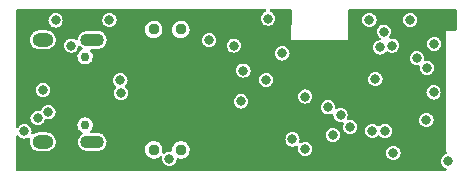
<source format=gbr>
%TF.GenerationSoftware,KiCad,Pcbnew,(6.0.2)*%
%TF.CreationDate,2022-07-11T18:19:18+02:00*%
%TF.ProjectId,ESP32-MicroView,45535033-322d-44d6-9963-726f56696577,rev?*%
%TF.SameCoordinates,Original*%
%TF.FileFunction,Copper,L2,Inr*%
%TF.FilePolarity,Positive*%
%FSLAX46Y46*%
G04 Gerber Fmt 4.6, Leading zero omitted, Abs format (unit mm)*
G04 Created by KiCad (PCBNEW (6.0.2)) date 2022-07-11 18:19:18*
%MOMM*%
%LPD*%
G01*
G04 APERTURE LIST*
%TA.AperFunction,ComponentPad*%
%ADD10C,0.750000*%
%TD*%
%TA.AperFunction,ComponentPad*%
%ADD11O,1.800000X1.200000*%
%TD*%
%TA.AperFunction,ComponentPad*%
%ADD12O,2.000000X1.100000*%
%TD*%
%TA.AperFunction,ComponentPad*%
%ADD13C,0.950000*%
%TD*%
%TA.AperFunction,ViaPad*%
%ADD14C,0.800000*%
%TD*%
G04 APERTURE END LIST*
D10*
%TO.N,*%
%TO.C,USBC1*%
X71232900Y-46449200D03*
X71232900Y-40669200D03*
D11*
%TO.N,GND*%
X67642900Y-39239200D03*
D12*
X71842900Y-47879200D03*
X71842900Y-39239200D03*
D11*
X67642900Y-47879200D03*
%TD*%
D13*
%TO.N,*%
%TO.C,S2*%
X77031200Y-38358000D03*
X79331200Y-38358000D03*
%TD*%
%TO.N,*%
%TO.C,S1*%
X79331200Y-48552300D03*
X77031200Y-48552300D03*
%TD*%
D14*
%TO.N,+5V*%
X67208400Y-45872400D03*
%TO.N,GND*%
X95300800Y-37541200D03*
X70053200Y-39725600D03*
X100787200Y-39580100D03*
X89865200Y-44043600D03*
X66090800Y-46990000D03*
X89865200Y-48463200D03*
X92198775Y-47294800D03*
X83820000Y-39725600D03*
X68122800Y-45364400D03*
X97332800Y-48818800D03*
X87934800Y-40386000D03*
X95808800Y-42570400D03*
X98755200Y-37541200D03*
X67665600Y-43484800D03*
%TO.N,EN*%
X78365595Y-49294748D03*
X101955600Y-49530000D03*
%TO.N,+3V3*%
X100787200Y-38150800D03*
X79552800Y-41554400D03*
X96520000Y-37541200D03*
X100787200Y-49174400D03*
X93827600Y-41706800D03*
X91744800Y-43586400D03*
X100838000Y-42621200D03*
X69410350Y-43146750D03*
X74523600Y-45161200D03*
%TO.N,LCD_RESET*%
X84429600Y-44450000D03*
X96226000Y-39881364D03*
%TO.N,LCD_RS*%
X88788391Y-47666600D03*
X100736400Y-43688000D03*
%TO.N,LCD_DATA*%
X86560600Y-42621200D03*
X99314000Y-40795000D03*
%TO.N,IO2*%
X96520000Y-38540703D03*
X86715600Y-37439600D03*
%TO.N,LCD_CS*%
X97212451Y-39720369D03*
X84632800Y-41838702D03*
%TO.N,RX*%
X92862400Y-45618400D03*
%TO.N,TX*%
X73290612Y-37554988D03*
X91795600Y-44955400D03*
X68732400Y-37592000D03*
%TO.N,LCD_BL*%
X100172700Y-41605200D03*
X96621600Y-46939200D03*
%TO.N,UPLOAD*%
X100124200Y-46024800D03*
X81737200Y-39268400D03*
%TO.N,USB_N*%
X95554800Y-46939211D03*
X74268881Y-43734879D03*
%TO.N,USB_P*%
X93675200Y-46612691D03*
X74218800Y-42672000D03*
%TD*%
%TA.AperFunction,Conductor*%
%TO.N,+3V3*%
G36*
X86542158Y-36647302D02*
G01*
X86588651Y-36700958D01*
X86598755Y-36771232D01*
X86569261Y-36835812D01*
X86522254Y-36869709D01*
X86412759Y-36915064D01*
X86406208Y-36920091D01*
X86294408Y-37005878D01*
X86287318Y-37011318D01*
X86282295Y-37017864D01*
X86275061Y-37027292D01*
X86191064Y-37136759D01*
X86130556Y-37282838D01*
X86109918Y-37439600D01*
X86130556Y-37596362D01*
X86191064Y-37742441D01*
X86287318Y-37867882D01*
X86412759Y-37964136D01*
X86558838Y-38024644D01*
X86715600Y-38045282D01*
X86723788Y-38044204D01*
X86864174Y-38025722D01*
X86872362Y-38024644D01*
X87018441Y-37964136D01*
X87143882Y-37867882D01*
X87240136Y-37742441D01*
X87300644Y-37596362D01*
X87321282Y-37439600D01*
X87300644Y-37282838D01*
X87240136Y-37136759D01*
X87156139Y-37027292D01*
X87148905Y-37017864D01*
X87143882Y-37011318D01*
X87136793Y-37005878D01*
X87024992Y-36920091D01*
X87018441Y-36915064D01*
X86908946Y-36869709D01*
X86853664Y-36825160D01*
X86831243Y-36757797D01*
X86848801Y-36689006D01*
X86900763Y-36640627D01*
X86957163Y-36627300D01*
X88619143Y-36627300D01*
X88687264Y-36647302D01*
X88733757Y-36700958D01*
X88745120Y-36755723D01*
X88697253Y-39244824D01*
X88696800Y-39268400D01*
X93522800Y-39268400D01*
X93522800Y-37541200D01*
X94695118Y-37541200D01*
X94715756Y-37697962D01*
X94776264Y-37844041D01*
X94825639Y-37908388D01*
X94864559Y-37959109D01*
X94872518Y-37969482D01*
X94997959Y-38065736D01*
X95144038Y-38126244D01*
X95300800Y-38146882D01*
X95308988Y-38145804D01*
X95449374Y-38127322D01*
X95457562Y-38126244D01*
X95603641Y-38065736D01*
X95729082Y-37969482D01*
X95737042Y-37959109D01*
X95775961Y-37908388D01*
X95825336Y-37844041D01*
X95885844Y-37697962D01*
X95906482Y-37541200D01*
X98149518Y-37541200D01*
X98170156Y-37697962D01*
X98230664Y-37844041D01*
X98280039Y-37908388D01*
X98318959Y-37959109D01*
X98326918Y-37969482D01*
X98452359Y-38065736D01*
X98598438Y-38126244D01*
X98755200Y-38146882D01*
X98763388Y-38145804D01*
X98903774Y-38127322D01*
X98911962Y-38126244D01*
X99058041Y-38065736D01*
X99183482Y-37969482D01*
X99191442Y-37959109D01*
X99230361Y-37908388D01*
X99279736Y-37844041D01*
X99340244Y-37697962D01*
X99360882Y-37541200D01*
X99340244Y-37384438D01*
X99279736Y-37238359D01*
X99183482Y-37112918D01*
X99058041Y-37016664D01*
X98911962Y-36956156D01*
X98755200Y-36935518D01*
X98598438Y-36956156D01*
X98452359Y-37016664D01*
X98326918Y-37112918D01*
X98230664Y-37238359D01*
X98170156Y-37384438D01*
X98149518Y-37541200D01*
X95906482Y-37541200D01*
X95885844Y-37384438D01*
X95825336Y-37238359D01*
X95729082Y-37112918D01*
X95603641Y-37016664D01*
X95457562Y-36956156D01*
X95300800Y-36935518D01*
X95144038Y-36956156D01*
X94997959Y-37016664D01*
X94872518Y-37112918D01*
X94776264Y-37238359D01*
X94715756Y-37384438D01*
X94695118Y-37541200D01*
X93522800Y-37541200D01*
X93522800Y-36753300D01*
X93542802Y-36685179D01*
X93596458Y-36638686D01*
X93648800Y-36627300D01*
X102591100Y-36627300D01*
X102659221Y-36647302D01*
X102705714Y-36700958D01*
X102717100Y-36753300D01*
X102717100Y-38329100D01*
X102697098Y-38397221D01*
X102643442Y-38443714D01*
X102591100Y-38455100D01*
X101803299Y-38455100D01*
X101803200Y-38455059D01*
X101803101Y-38455100D01*
X101802817Y-38455217D01*
X101802659Y-38455600D01*
X101802700Y-38455699D01*
X101802700Y-48717101D01*
X101802659Y-48717200D01*
X101802700Y-48717299D01*
X101802817Y-48717583D01*
X101803200Y-48717741D01*
X101803299Y-48717700D01*
X101809455Y-48717700D01*
X101823648Y-48735381D01*
X101857840Y-48769590D01*
X101872915Y-48838968D01*
X101848088Y-48905482D01*
X101795456Y-48946357D01*
X101652759Y-49005464D01*
X101527318Y-49101718D01*
X101431064Y-49227159D01*
X101370556Y-49373238D01*
X101349918Y-49530000D01*
X101370556Y-49686762D01*
X101431064Y-49832841D01*
X101527318Y-49958282D01*
X101652759Y-50054536D01*
X101731232Y-50087041D01*
X101762255Y-50099891D01*
X101817536Y-50144440D01*
X101839957Y-50211803D01*
X101822399Y-50280594D01*
X101770437Y-50328973D01*
X101714037Y-50342300D01*
X65506100Y-50342300D01*
X65437979Y-50322298D01*
X65391486Y-50268642D01*
X65380100Y-50216300D01*
X65380100Y-47421412D01*
X65400102Y-47353291D01*
X65453758Y-47306798D01*
X65524032Y-47296694D01*
X65588612Y-47326188D01*
X65606062Y-47344707D01*
X65662518Y-47418282D01*
X65669064Y-47423305D01*
X65695219Y-47443374D01*
X65787959Y-47514536D01*
X65934038Y-47575044D01*
X66090800Y-47595682D01*
X66098988Y-47594604D01*
X66239374Y-47576122D01*
X66247562Y-47575044D01*
X66393641Y-47514536D01*
X66394098Y-47515639D01*
X66455288Y-47500794D01*
X66522381Y-47524013D01*
X66566269Y-47579819D01*
X66573020Y-47650494D01*
X66567995Y-47668918D01*
X66560981Y-47688614D01*
X66560980Y-47688619D01*
X66558619Y-47695249D01*
X66557786Y-47702235D01*
X66557785Y-47702239D01*
X66545317Y-47806800D01*
X66537355Y-47873576D01*
X66538091Y-47880579D01*
X66538091Y-47880580D01*
X66554890Y-48040409D01*
X66556127Y-48052183D01*
X66558398Y-48058854D01*
X66611281Y-48214196D01*
X66614003Y-48222193D01*
X66617693Y-48228191D01*
X66617694Y-48228193D01*
X66632961Y-48253009D01*
X66708106Y-48375155D01*
X66713032Y-48380186D01*
X66713035Y-48380189D01*
X66773876Y-48442317D01*
X66833759Y-48503468D01*
X66839684Y-48507287D01*
X66839686Y-48507288D01*
X66917333Y-48557328D01*
X66984717Y-48600754D01*
X66991337Y-48603163D01*
X66991340Y-48603165D01*
X67146861Y-48659770D01*
X67146864Y-48659771D01*
X67153478Y-48662178D01*
X67180021Y-48665531D01*
X67288255Y-48679204D01*
X67288258Y-48679204D01*
X67292183Y-48679700D01*
X67988055Y-48679700D01*
X68121372Y-48664746D01*
X68128747Y-48662178D01*
X68222011Y-48629700D01*
X68290973Y-48605685D01*
X68298865Y-48600754D01*
X68437301Y-48514249D01*
X68443275Y-48510516D01*
X68535044Y-48419385D01*
X68565710Y-48388933D01*
X68565713Y-48388929D01*
X68570707Y-48383970D01*
X68593790Y-48347598D01*
X68627636Y-48294264D01*
X68666937Y-48232336D01*
X68685423Y-48180421D01*
X68724819Y-48069786D01*
X68724820Y-48069781D01*
X68727181Y-48063151D01*
X68728014Y-48056165D01*
X68728015Y-48056161D01*
X68747611Y-47891817D01*
X68748445Y-47884824D01*
X68747631Y-47877078D01*
X68730410Y-47713225D01*
X68730409Y-47713221D01*
X68729673Y-47706217D01*
X68691677Y-47594604D01*
X68674068Y-47542877D01*
X68674067Y-47542874D01*
X68671797Y-47536207D01*
X68665101Y-47525322D01*
X68602339Y-47423305D01*
X68577694Y-47383245D01*
X68572768Y-47378214D01*
X68572765Y-47378211D01*
X68499101Y-47302988D01*
X68452041Y-47254932D01*
X68445270Y-47250568D01*
X68307009Y-47161465D01*
X68301083Y-47157646D01*
X68294463Y-47155237D01*
X68294460Y-47155235D01*
X68138939Y-47098630D01*
X68138936Y-47098629D01*
X68132322Y-47096222D01*
X68075592Y-47089056D01*
X67997545Y-47079196D01*
X67997542Y-47079196D01*
X67993617Y-47078700D01*
X67297745Y-47078700D01*
X67164428Y-47093654D01*
X67157775Y-47095971D01*
X67157774Y-47095971D01*
X67135861Y-47103602D01*
X66994827Y-47152715D01*
X66988848Y-47156451D01*
X66988846Y-47156452D01*
X66872958Y-47228866D01*
X66804589Y-47248002D01*
X66736728Y-47227137D01*
X66690920Y-47172895D01*
X66681267Y-47105567D01*
X66696482Y-46990000D01*
X66675844Y-46833238D01*
X66615336Y-46687159D01*
X66519082Y-46561718D01*
X66393641Y-46465464D01*
X66247562Y-46404956D01*
X66214179Y-46400561D01*
X66098988Y-46385396D01*
X66090800Y-46384318D01*
X66082612Y-46385396D01*
X65967422Y-46400561D01*
X65934038Y-46404956D01*
X65787959Y-46465464D01*
X65662518Y-46561718D01*
X65610263Y-46629819D01*
X65606063Y-46635292D01*
X65548725Y-46677159D01*
X65477854Y-46681381D01*
X65415951Y-46646617D01*
X65382670Y-46583905D01*
X65380100Y-46558588D01*
X65380100Y-45872400D01*
X66602718Y-45872400D01*
X66603796Y-45880588D01*
X66620440Y-46007009D01*
X66623356Y-46029162D01*
X66683864Y-46175241D01*
X66780118Y-46300682D01*
X66905559Y-46396936D01*
X67051638Y-46457444D01*
X67059826Y-46458522D01*
X67102325Y-46464117D01*
X67208400Y-46478082D01*
X67216588Y-46477004D01*
X67356974Y-46458522D01*
X67365162Y-46457444D01*
X67483692Y-46408347D01*
X70583554Y-46408347D01*
X70586643Y-46457444D01*
X70593203Y-46561718D01*
X70593794Y-46571116D01*
X70596243Y-46578652D01*
X70596243Y-46578654D01*
X70609963Y-46620879D01*
X70644192Y-46726225D01*
X70648440Y-46732918D01*
X70648440Y-46732919D01*
X70672140Y-46770264D01*
X70731581Y-46863927D01*
X70850469Y-46975571D01*
X70967055Y-47039664D01*
X71017112Y-47090008D01*
X71032006Y-47159425D01*
X71007005Y-47225874D01*
X70975439Y-47255449D01*
X70968545Y-47259969D01*
X70915419Y-47294800D01*
X70908215Y-47299523D01*
X70787860Y-47426572D01*
X70699961Y-47577902D01*
X70649233Y-47745393D01*
X70638397Y-47920062D01*
X70639637Y-47927278D01*
X70639637Y-47927280D01*
X70662984Y-48063151D01*
X70668034Y-48092540D01*
X70736554Y-48253573D01*
X70840283Y-48394524D01*
X70845861Y-48399263D01*
X70845864Y-48399266D01*
X70968076Y-48503093D01*
X70968080Y-48503096D01*
X70973655Y-48507832D01*
X71004513Y-48523589D01*
X71070587Y-48557328D01*
X71129516Y-48587419D01*
X71136621Y-48589158D01*
X71136625Y-48589159D01*
X71204163Y-48605685D01*
X71299506Y-48629015D01*
X71305106Y-48629362D01*
X71305110Y-48629363D01*
X71308609Y-48629580D01*
X71308618Y-48629580D01*
X71310548Y-48629700D01*
X72336722Y-48629700D01*
X72428269Y-48619027D01*
X72459456Y-48615391D01*
X72459458Y-48615391D01*
X72466728Y-48614543D01*
X72473605Y-48612047D01*
X72473608Y-48612046D01*
X72526381Y-48592890D01*
X76281723Y-48592890D01*
X76282963Y-48600105D01*
X76282963Y-48600108D01*
X76303170Y-48717700D01*
X76311163Y-48764218D01*
X76379227Y-48924179D01*
X76482264Y-49064191D01*
X76614748Y-49176744D01*
X76769571Y-49255800D01*
X76776677Y-49257539D01*
X76776680Y-49257540D01*
X76858515Y-49277565D01*
X76938428Y-49297120D01*
X76945929Y-49297585D01*
X76947449Y-49297680D01*
X76947462Y-49297680D01*
X76949390Y-49297800D01*
X77074730Y-49297800D01*
X77171139Y-49286560D01*
X77196598Y-49283592D01*
X77196600Y-49283592D01*
X77203870Y-49282744D01*
X77210747Y-49280248D01*
X77210750Y-49280247D01*
X77360398Y-49225927D01*
X77367277Y-49223430D01*
X77512656Y-49128115D01*
X77558214Y-49080023D01*
X77619583Y-49044325D01*
X77690510Y-49047473D01*
X77748476Y-49088466D01*
X77775077Y-49154291D01*
X77774609Y-49183120D01*
X77759913Y-49294748D01*
X77780551Y-49451510D01*
X77841059Y-49597589D01*
X77937313Y-49723030D01*
X78062754Y-49819284D01*
X78208833Y-49879792D01*
X78365595Y-49900430D01*
X78373783Y-49899352D01*
X78514169Y-49880870D01*
X78522357Y-49879792D01*
X78668436Y-49819284D01*
X78793877Y-49723030D01*
X78890131Y-49597589D01*
X78950639Y-49451510D01*
X78960967Y-49373064D01*
X78989688Y-49308138D01*
X79048953Y-49269046D01*
X79115837Y-49267122D01*
X79169475Y-49280247D01*
X79238428Y-49297120D01*
X79245929Y-49297585D01*
X79247449Y-49297680D01*
X79247462Y-49297680D01*
X79249390Y-49297800D01*
X79374730Y-49297800D01*
X79471139Y-49286560D01*
X79496598Y-49283592D01*
X79496600Y-49283592D01*
X79503870Y-49282744D01*
X79510747Y-49280248D01*
X79510750Y-49280247D01*
X79660398Y-49225927D01*
X79667277Y-49223430D01*
X79812656Y-49128115D01*
X79932209Y-49001912D01*
X80010882Y-48866466D01*
X80015844Y-48857924D01*
X80015845Y-48857921D01*
X80019522Y-48851591D01*
X80069913Y-48685215D01*
X80071288Y-48663060D01*
X80076094Y-48585579D01*
X80080677Y-48511710D01*
X80079197Y-48503093D01*
X80052477Y-48347598D01*
X80051237Y-48340382D01*
X79983173Y-48180421D01*
X79880136Y-48040409D01*
X79747652Y-47927856D01*
X79592829Y-47848800D01*
X79585723Y-47847061D01*
X79585720Y-47847060D01*
X79503885Y-47827035D01*
X79423972Y-47807480D01*
X79416471Y-47807015D01*
X79414951Y-47806920D01*
X79414938Y-47806920D01*
X79413010Y-47806800D01*
X79287670Y-47806800D01*
X79196971Y-47817374D01*
X79165802Y-47821008D01*
X79165800Y-47821008D01*
X79158530Y-47821856D01*
X79151653Y-47824352D01*
X79151650Y-47824353D01*
X79075129Y-47852129D01*
X78995123Y-47881170D01*
X78849744Y-47976485D01*
X78730191Y-48102688D01*
X78726514Y-48109019D01*
X78652226Y-48236916D01*
X78642878Y-48253009D01*
X78592487Y-48419385D01*
X78592034Y-48426694D01*
X78592033Y-48426697D01*
X78582413Y-48581769D01*
X78558232Y-48648520D01*
X78501800Y-48691602D01*
X78440209Y-48698889D01*
X78373783Y-48690144D01*
X78365595Y-48689066D01*
X78208833Y-48709704D01*
X78062754Y-48770212D01*
X77965833Y-48844582D01*
X77958595Y-48850136D01*
X77892375Y-48875736D01*
X77822826Y-48861471D01*
X77772030Y-48811870D01*
X77756114Y-48742680D01*
X77761301Y-48713649D01*
X77765771Y-48698889D01*
X77769913Y-48685215D01*
X77771288Y-48663060D01*
X77776094Y-48585579D01*
X77780677Y-48511710D01*
X77779197Y-48503093D01*
X77752477Y-48347598D01*
X77751237Y-48340382D01*
X77683173Y-48180421D01*
X77580136Y-48040409D01*
X77447652Y-47927856D01*
X77292829Y-47848800D01*
X77285723Y-47847061D01*
X77285720Y-47847060D01*
X77203885Y-47827035D01*
X77123972Y-47807480D01*
X77116471Y-47807015D01*
X77114951Y-47806920D01*
X77114938Y-47806920D01*
X77113010Y-47806800D01*
X76987670Y-47806800D01*
X76896971Y-47817374D01*
X76865802Y-47821008D01*
X76865800Y-47821008D01*
X76858530Y-47821856D01*
X76851653Y-47824352D01*
X76851650Y-47824353D01*
X76775129Y-47852129D01*
X76695123Y-47881170D01*
X76549744Y-47976485D01*
X76430191Y-48102688D01*
X76426514Y-48109019D01*
X76352226Y-48236916D01*
X76342878Y-48253009D01*
X76292487Y-48419385D01*
X76292034Y-48426694D01*
X76292033Y-48426697D01*
X76290277Y-48455012D01*
X76281723Y-48592890D01*
X72526381Y-48592890D01*
X72624352Y-48557328D01*
X72631231Y-48554831D01*
X72777585Y-48458877D01*
X72897940Y-48331828D01*
X72985839Y-48180498D01*
X73036567Y-48013007D01*
X73047403Y-47838338D01*
X73042005Y-47806920D01*
X73019006Y-47673075D01*
X73019005Y-47673073D01*
X73017893Y-47666600D01*
X88182709Y-47666600D01*
X88203347Y-47823362D01*
X88263855Y-47969441D01*
X88360109Y-48094882D01*
X88485550Y-48191136D01*
X88631629Y-48251644D01*
X88788391Y-48272282D01*
X88796579Y-48271204D01*
X88936965Y-48252722D01*
X88945153Y-48251644D01*
X88957147Y-48246676D01*
X89083606Y-48194295D01*
X89083607Y-48194294D01*
X89091232Y-48191136D01*
X89093476Y-48189414D01*
X89160029Y-48173270D01*
X89227120Y-48196492D01*
X89271006Y-48252300D01*
X89278953Y-48315573D01*
X89269949Y-48383970D01*
X89259518Y-48463200D01*
X89280156Y-48619962D01*
X89340664Y-48766041D01*
X89436918Y-48891482D01*
X89562359Y-48987736D01*
X89708438Y-49048244D01*
X89865200Y-49068882D01*
X89873388Y-49067804D01*
X90013774Y-49049322D01*
X90021962Y-49048244D01*
X90168041Y-48987736D01*
X90293482Y-48891482D01*
X90349253Y-48818800D01*
X96727118Y-48818800D01*
X96747756Y-48975562D01*
X96808264Y-49121641D01*
X96904518Y-49247082D01*
X96911064Y-49252105D01*
X96918147Y-49257540D01*
X97029959Y-49343336D01*
X97176038Y-49403844D01*
X97332800Y-49424482D01*
X97340988Y-49423404D01*
X97481374Y-49404922D01*
X97489562Y-49403844D01*
X97635641Y-49343336D01*
X97747453Y-49257540D01*
X97754536Y-49252105D01*
X97761082Y-49247082D01*
X97857336Y-49121641D01*
X97917844Y-48975562D01*
X97938482Y-48818800D01*
X97920169Y-48679700D01*
X97918922Y-48670226D01*
X97917844Y-48662038D01*
X97857336Y-48515959D01*
X97761082Y-48390518D01*
X97752549Y-48383970D01*
X97676345Y-48325497D01*
X97635641Y-48294264D01*
X97489562Y-48233756D01*
X97332800Y-48213118D01*
X97176038Y-48233756D01*
X97029959Y-48294264D01*
X96989255Y-48325497D01*
X96913052Y-48383970D01*
X96904518Y-48390518D01*
X96808264Y-48515959D01*
X96747756Y-48662038D01*
X96746678Y-48670226D01*
X96745431Y-48679700D01*
X96727118Y-48818800D01*
X90349253Y-48818800D01*
X90389736Y-48766041D01*
X90450244Y-48619962D01*
X90470882Y-48463200D01*
X90450244Y-48306438D01*
X90389736Y-48160359D01*
X90302222Y-48046308D01*
X90298505Y-48041464D01*
X90293482Y-48034918D01*
X90168041Y-47938664D01*
X90021962Y-47878156D01*
X89865200Y-47857518D01*
X89708438Y-47878156D01*
X89700809Y-47881316D01*
X89569988Y-47935504D01*
X89562359Y-47938664D01*
X89560115Y-47940386D01*
X89493562Y-47956530D01*
X89426471Y-47933308D01*
X89382585Y-47877500D01*
X89374638Y-47814227D01*
X89392995Y-47674788D01*
X89394073Y-47666600D01*
X89375475Y-47525333D01*
X89374513Y-47518026D01*
X89373435Y-47509838D01*
X89312927Y-47363759D01*
X89260013Y-47294800D01*
X91593093Y-47294800D01*
X91594171Y-47302988D01*
X91611275Y-47432903D01*
X91613731Y-47451562D01*
X91674239Y-47597641D01*
X91770493Y-47723082D01*
X91895934Y-47819336D01*
X92042013Y-47879844D01*
X92198775Y-47900482D01*
X92206963Y-47899404D01*
X92347349Y-47880922D01*
X92355537Y-47879844D01*
X92501616Y-47819336D01*
X92627057Y-47723082D01*
X92723311Y-47597641D01*
X92783819Y-47451562D01*
X92786276Y-47432903D01*
X92803379Y-47302988D01*
X92804457Y-47294800D01*
X92783819Y-47138038D01*
X92723311Y-46991959D01*
X92627057Y-46866518D01*
X92614961Y-46857236D01*
X92528185Y-46790651D01*
X92501616Y-46770264D01*
X92355537Y-46709756D01*
X92198775Y-46689118D01*
X92042013Y-46709756D01*
X91895934Y-46770264D01*
X91869365Y-46790651D01*
X91782590Y-46857236D01*
X91770493Y-46866518D01*
X91674239Y-46991959D01*
X91613731Y-47138038D01*
X91593093Y-47294800D01*
X89260013Y-47294800D01*
X89224565Y-47248603D01*
X89221696Y-47244864D01*
X89216673Y-47238318D01*
X89091232Y-47142064D01*
X88945153Y-47081556D01*
X88923460Y-47078700D01*
X88796579Y-47061996D01*
X88788391Y-47060918D01*
X88780203Y-47061996D01*
X88653323Y-47078700D01*
X88631629Y-47081556D01*
X88485550Y-47142064D01*
X88360109Y-47238318D01*
X88355086Y-47244864D01*
X88352217Y-47248603D01*
X88263855Y-47363759D01*
X88203347Y-47509838D01*
X88202269Y-47518026D01*
X88201307Y-47525333D01*
X88182709Y-47666600D01*
X73017893Y-47666600D01*
X73017766Y-47665860D01*
X72954722Y-47517696D01*
X72952111Y-47511560D01*
X72952111Y-47511559D01*
X72949246Y-47504827D01*
X72845517Y-47363876D01*
X72839939Y-47359137D01*
X72839936Y-47359134D01*
X72717724Y-47255307D01*
X72717720Y-47255304D01*
X72712145Y-47250568D01*
X72631328Y-47209301D01*
X72562800Y-47174308D01*
X72562798Y-47174307D01*
X72556284Y-47170981D01*
X72549179Y-47169242D01*
X72549175Y-47169241D01*
X72455118Y-47146226D01*
X72386294Y-47129385D01*
X72380694Y-47129038D01*
X72380690Y-47129037D01*
X72377191Y-47128820D01*
X72377182Y-47128820D01*
X72375252Y-47128700D01*
X71776285Y-47128700D01*
X71708164Y-47108698D01*
X71661671Y-47055042D01*
X71651567Y-46984768D01*
X71679200Y-46922385D01*
X71684870Y-46915532D01*
X71782245Y-46797825D01*
X71785628Y-46790637D01*
X71799449Y-46761265D01*
X71851686Y-46650256D01*
X71876964Y-46517745D01*
X71880761Y-46497839D01*
X71880761Y-46497837D01*
X71882246Y-46490053D01*
X71875594Y-46384318D01*
X71872504Y-46335195D01*
X71872504Y-46335193D01*
X71872006Y-46327284D01*
X71868821Y-46317480D01*
X71843961Y-46240971D01*
X71821608Y-46172175D01*
X71734219Y-46034473D01*
X71615331Y-45922829D01*
X71523600Y-45872400D01*
X71479362Y-45848080D01*
X71479361Y-45848079D01*
X71472413Y-45844260D01*
X71370206Y-45818017D01*
X71322123Y-45805671D01*
X71322122Y-45805671D01*
X71314446Y-45803700D01*
X71192292Y-45803700D01*
X71134477Y-45811004D01*
X71078960Y-45818017D01*
X71078957Y-45818018D01*
X71071095Y-45819011D01*
X71063729Y-45821928D01*
X71063727Y-45821928D01*
X70997675Y-45848080D01*
X70919457Y-45879049D01*
X70913044Y-45883709D01*
X70913041Y-45883710D01*
X70793930Y-45970248D01*
X70793926Y-45970252D01*
X70787513Y-45974911D01*
X70782460Y-45981019D01*
X70782458Y-45981021D01*
X70736320Y-46036793D01*
X70683555Y-46100575D01*
X70614114Y-46248144D01*
X70597508Y-46335195D01*
X70586690Y-46391909D01*
X70583554Y-46408347D01*
X67483692Y-46408347D01*
X67511241Y-46396936D01*
X67636682Y-46300682D01*
X67732936Y-46175241D01*
X67793444Y-46029162D01*
X67793539Y-46028442D01*
X67828673Y-45970800D01*
X67892534Y-45939779D01*
X67949856Y-45946288D01*
X67950430Y-45944146D01*
X67958409Y-45946284D01*
X67966038Y-45949444D01*
X68122800Y-45970082D01*
X68130988Y-45969004D01*
X68271374Y-45950522D01*
X68279562Y-45949444D01*
X68292353Y-45944146D01*
X68366070Y-45913611D01*
X68425641Y-45888936D01*
X68551082Y-45792682D01*
X68647336Y-45667241D01*
X68707844Y-45521162D01*
X68728482Y-45364400D01*
X68707844Y-45207638D01*
X68647336Y-45061559D01*
X68551082Y-44936118D01*
X68425641Y-44839864D01*
X68279562Y-44779356D01*
X68122800Y-44758718D01*
X67966038Y-44779356D01*
X67819959Y-44839864D01*
X67694518Y-44936118D01*
X67598264Y-45061559D01*
X67537756Y-45207638D01*
X67537661Y-45208358D01*
X67502527Y-45266000D01*
X67438666Y-45297021D01*
X67381344Y-45290512D01*
X67380770Y-45292654D01*
X67372791Y-45290516D01*
X67365162Y-45287356D01*
X67208400Y-45266718D01*
X67051638Y-45287356D01*
X67044009Y-45290516D01*
X67033347Y-45294932D01*
X66905559Y-45347864D01*
X66899008Y-45352891D01*
X66787208Y-45438678D01*
X66780118Y-45444118D01*
X66683864Y-45569559D01*
X66623356Y-45715638D01*
X66602718Y-45872400D01*
X65380100Y-45872400D01*
X65380100Y-44450000D01*
X83823918Y-44450000D01*
X83844556Y-44606762D01*
X83905064Y-44752841D01*
X84001318Y-44878282D01*
X84126759Y-44974536D01*
X84272838Y-45035044D01*
X84429600Y-45055682D01*
X84437788Y-45054604D01*
X84578174Y-45036122D01*
X84586362Y-45035044D01*
X84732441Y-44974536D01*
X84757380Y-44955400D01*
X91189918Y-44955400D01*
X91210556Y-45112162D01*
X91271064Y-45258241D01*
X91367318Y-45383682D01*
X91492759Y-45479936D01*
X91638838Y-45540444D01*
X91795600Y-45561082D01*
X91803788Y-45560004D01*
X91944174Y-45541522D01*
X91952362Y-45540444D01*
X92083580Y-45486092D01*
X92154167Y-45478503D01*
X92217654Y-45510282D01*
X92253882Y-45571340D01*
X92257796Y-45602501D01*
X92257796Y-45610212D01*
X92256718Y-45618400D01*
X92277356Y-45775162D01*
X92337864Y-45921241D01*
X92434118Y-46046682D01*
X92559559Y-46142936D01*
X92705638Y-46203444D01*
X92862400Y-46224082D01*
X92988495Y-46207481D01*
X93058642Y-46218420D01*
X93111741Y-46265548D01*
X93130931Y-46333902D01*
X93121349Y-46380620D01*
X93093317Y-46448296D01*
X93093316Y-46448300D01*
X93090156Y-46455929D01*
X93089078Y-46464117D01*
X93082018Y-46517745D01*
X93069518Y-46612691D01*
X93090156Y-46769453D01*
X93150664Y-46915532D01*
X93246918Y-47040973D01*
X93372359Y-47137227D01*
X93518438Y-47197735D01*
X93675200Y-47218373D01*
X93683388Y-47217295D01*
X93823774Y-47198813D01*
X93831962Y-47197735D01*
X93978041Y-47137227D01*
X94103482Y-47040973D01*
X94181567Y-46939211D01*
X94949118Y-46939211D01*
X94969756Y-47095973D01*
X95030264Y-47242052D01*
X95072192Y-47296694D01*
X95109035Y-47344708D01*
X95126518Y-47367493D01*
X95251959Y-47463747D01*
X95351135Y-47504827D01*
X95390383Y-47521084D01*
X95398038Y-47524255D01*
X95554800Y-47544893D01*
X95562988Y-47543815D01*
X95703374Y-47525333D01*
X95711562Y-47524255D01*
X95719218Y-47521084D01*
X95758465Y-47504827D01*
X95857641Y-47463747D01*
X95983082Y-47367493D01*
X95988106Y-47360946D01*
X95988238Y-47360774D01*
X95988386Y-47360666D01*
X95993950Y-47355102D01*
X95994817Y-47355969D01*
X96045574Y-47318904D01*
X96116445Y-47314679D01*
X96178349Y-47349440D01*
X96188167Y-47360770D01*
X96188292Y-47360933D01*
X96188295Y-47360936D01*
X96193318Y-47367482D01*
X96318759Y-47463736D01*
X96464838Y-47524244D01*
X96621600Y-47544882D01*
X96629788Y-47543804D01*
X96636830Y-47542877D01*
X96778362Y-47524244D01*
X96924441Y-47463736D01*
X97049882Y-47367482D01*
X97057766Y-47357208D01*
X97107156Y-47292841D01*
X97146136Y-47242041D01*
X97206644Y-47095962D01*
X97208683Y-47080478D01*
X97226204Y-46947388D01*
X97227282Y-46939200D01*
X97206644Y-46782438D01*
X97146136Y-46636359D01*
X97049882Y-46510918D01*
X96924441Y-46414664D01*
X96796653Y-46361732D01*
X96785991Y-46357316D01*
X96778362Y-46354156D01*
X96621600Y-46333518D01*
X96464838Y-46354156D01*
X96457209Y-46357316D01*
X96446547Y-46361732D01*
X96318759Y-46414664D01*
X96193318Y-46510918D01*
X96188295Y-46517464D01*
X96188294Y-46517465D01*
X96188162Y-46517637D01*
X96188014Y-46517745D01*
X96182450Y-46523309D01*
X96181583Y-46522442D01*
X96130826Y-46559507D01*
X96059955Y-46563732D01*
X95998051Y-46528971D01*
X95988233Y-46517641D01*
X95988108Y-46517478D01*
X95988105Y-46517475D01*
X95983082Y-46510929D01*
X95857641Y-46414675D01*
X95711562Y-46354167D01*
X95554800Y-46333529D01*
X95398038Y-46354167D01*
X95251959Y-46414675D01*
X95126518Y-46510929D01*
X95121495Y-46517475D01*
X95112674Y-46528971D01*
X95030264Y-46636370D01*
X94969756Y-46782449D01*
X94949118Y-46939211D01*
X94181567Y-46939211D01*
X94199736Y-46915532D01*
X94260244Y-46769453D01*
X94280882Y-46612691D01*
X94268382Y-46517745D01*
X94261322Y-46464117D01*
X94260244Y-46455929D01*
X94199736Y-46309850D01*
X94103482Y-46184409D01*
X94078815Y-46165481D01*
X93984592Y-46093182D01*
X93978041Y-46088155D01*
X93831962Y-46027647D01*
X93810337Y-46024800D01*
X99518518Y-46024800D01*
X99539156Y-46181562D01*
X99599664Y-46327641D01*
X99695918Y-46453082D01*
X99702464Y-46458105D01*
X99707936Y-46462304D01*
X99821359Y-46549336D01*
X99967438Y-46609844D01*
X100124200Y-46630482D01*
X100132388Y-46629404D01*
X100272774Y-46610922D01*
X100280962Y-46609844D01*
X100427041Y-46549336D01*
X100540464Y-46462304D01*
X100545936Y-46458105D01*
X100552482Y-46453082D01*
X100648736Y-46327641D01*
X100709244Y-46181562D01*
X100729882Y-46024800D01*
X100709244Y-45868038D01*
X100701968Y-45850471D01*
X100698578Y-45842288D01*
X100648736Y-45721959D01*
X100552482Y-45596518D01*
X100427041Y-45500264D01*
X100280962Y-45439756D01*
X100124200Y-45419118D01*
X99967438Y-45439756D01*
X99821359Y-45500264D01*
X99695918Y-45596518D01*
X99599664Y-45721959D01*
X99549822Y-45842288D01*
X99546433Y-45850471D01*
X99539156Y-45868038D01*
X99518518Y-46024800D01*
X93810337Y-46024800D01*
X93675200Y-46007009D01*
X93549105Y-46023610D01*
X93478958Y-46012671D01*
X93425859Y-45965543D01*
X93406669Y-45897189D01*
X93416251Y-45850471D01*
X93444283Y-45782795D01*
X93444284Y-45782790D01*
X93447444Y-45775162D01*
X93468082Y-45618400D01*
X93447444Y-45461638D01*
X93386936Y-45315559D01*
X93290682Y-45190118D01*
X93165241Y-45093864D01*
X93019162Y-45033356D01*
X92862400Y-45012718D01*
X92705638Y-45033356D01*
X92574420Y-45087708D01*
X92503833Y-45095297D01*
X92440346Y-45063518D01*
X92404118Y-45002460D01*
X92400204Y-44971299D01*
X92400204Y-44963588D01*
X92401282Y-44955400D01*
X92380644Y-44798638D01*
X92320136Y-44652559D01*
X92223882Y-44527118D01*
X92098441Y-44430864D01*
X91952362Y-44370356D01*
X91795600Y-44349718D01*
X91638838Y-44370356D01*
X91492759Y-44430864D01*
X91367318Y-44527118D01*
X91271064Y-44652559D01*
X91210556Y-44798638D01*
X91189918Y-44955400D01*
X84757380Y-44955400D01*
X84857882Y-44878282D01*
X84954136Y-44752841D01*
X85014644Y-44606762D01*
X85035282Y-44450000D01*
X85014644Y-44293238D01*
X84954136Y-44147159D01*
X84880955Y-44051788D01*
X84874672Y-44043600D01*
X89259518Y-44043600D01*
X89280156Y-44200362D01*
X89340664Y-44346441D01*
X89436918Y-44471882D01*
X89562359Y-44568136D01*
X89708438Y-44628644D01*
X89865200Y-44649282D01*
X89873388Y-44648204D01*
X89890069Y-44646008D01*
X90021962Y-44628644D01*
X90168041Y-44568136D01*
X90293482Y-44471882D01*
X90389736Y-44346441D01*
X90450244Y-44200362D01*
X90470882Y-44043600D01*
X90450244Y-43886838D01*
X90389736Y-43740759D01*
X90349253Y-43688000D01*
X100130718Y-43688000D01*
X100151356Y-43844762D01*
X100211864Y-43990841D01*
X100308118Y-44116282D01*
X100433559Y-44212536D01*
X100579638Y-44273044D01*
X100736400Y-44293682D01*
X100744588Y-44292604D01*
X100884974Y-44274122D01*
X100893162Y-44273044D01*
X101039241Y-44212536D01*
X101164682Y-44116282D01*
X101260936Y-43990841D01*
X101321444Y-43844762D01*
X101342082Y-43688000D01*
X101321444Y-43531238D01*
X101260936Y-43385159D01*
X101164682Y-43259718D01*
X101039241Y-43163464D01*
X100893162Y-43102956D01*
X100879870Y-43101206D01*
X100744588Y-43083396D01*
X100736400Y-43082318D01*
X100728212Y-43083396D01*
X100592931Y-43101206D01*
X100579638Y-43102956D01*
X100433559Y-43163464D01*
X100308118Y-43259718D01*
X100211864Y-43385159D01*
X100151356Y-43531238D01*
X100130718Y-43688000D01*
X90349253Y-43688000D01*
X90293482Y-43615318D01*
X90168041Y-43519064D01*
X90021962Y-43458556D01*
X89865200Y-43437918D01*
X89708438Y-43458556D01*
X89562359Y-43519064D01*
X89436918Y-43615318D01*
X89340664Y-43740759D01*
X89280156Y-43886838D01*
X89259518Y-44043600D01*
X84874672Y-44043600D01*
X84862905Y-44028264D01*
X84857882Y-44021718D01*
X84732441Y-43925464D01*
X84586362Y-43864956D01*
X84429600Y-43844318D01*
X84272838Y-43864956D01*
X84126759Y-43925464D01*
X84001318Y-44021718D01*
X83996295Y-44028264D01*
X83978245Y-44051788D01*
X83905064Y-44147159D01*
X83844556Y-44293238D01*
X83823918Y-44450000D01*
X65380100Y-44450000D01*
X65380100Y-43484800D01*
X67059918Y-43484800D01*
X67080556Y-43641562D01*
X67141064Y-43787641D01*
X67237318Y-43913082D01*
X67362759Y-44009336D01*
X67508838Y-44069844D01*
X67665600Y-44090482D01*
X67673788Y-44089404D01*
X67814174Y-44070922D01*
X67822362Y-44069844D01*
X67968441Y-44009336D01*
X68093882Y-43913082D01*
X68190136Y-43787641D01*
X68250644Y-43641562D01*
X68271282Y-43484800D01*
X68250644Y-43328038D01*
X68190136Y-43181959D01*
X68093882Y-43056518D01*
X68084713Y-43049482D01*
X68057682Y-43028741D01*
X67968441Y-42960264D01*
X67822362Y-42899756D01*
X67665600Y-42879118D01*
X67508838Y-42899756D01*
X67362759Y-42960264D01*
X67273518Y-43028741D01*
X67246488Y-43049482D01*
X67237318Y-43056518D01*
X67141064Y-43181959D01*
X67080556Y-43328038D01*
X67059918Y-43484800D01*
X65380100Y-43484800D01*
X65380100Y-42672000D01*
X73613118Y-42672000D01*
X73633756Y-42828762D01*
X73694264Y-42974841D01*
X73699291Y-42981392D01*
X73782559Y-43089909D01*
X73790518Y-43100282D01*
X73797064Y-43105305D01*
X73797065Y-43105306D01*
X73822471Y-43124801D01*
X73864338Y-43182139D01*
X73868559Y-43253010D01*
X73839394Y-43305673D01*
X73840599Y-43306597D01*
X73744345Y-43432038D01*
X73683837Y-43578117D01*
X73663199Y-43734879D01*
X73683837Y-43891641D01*
X73744345Y-44037720D01*
X73784831Y-44090482D01*
X73823294Y-44140608D01*
X73840599Y-44163161D01*
X73966040Y-44259415D01*
X74112119Y-44319923D01*
X74268881Y-44340561D01*
X74277069Y-44339483D01*
X74282174Y-44338811D01*
X74425643Y-44319923D01*
X74571722Y-44259415D01*
X74697163Y-44163161D01*
X74714469Y-44140608D01*
X74752931Y-44090482D01*
X74793417Y-44037720D01*
X74853925Y-43891641D01*
X74874563Y-43734879D01*
X74853925Y-43578117D01*
X74793417Y-43432038D01*
X74697163Y-43306597D01*
X74690616Y-43301573D01*
X74665210Y-43282078D01*
X74623343Y-43224740D01*
X74619122Y-43153869D01*
X74648287Y-43101206D01*
X74647082Y-43100282D01*
X74738309Y-42981392D01*
X74743336Y-42974841D01*
X74803844Y-42828762D01*
X74824482Y-42672000D01*
X74817794Y-42621200D01*
X85954918Y-42621200D01*
X85975556Y-42777962D01*
X86036064Y-42924041D01*
X86132318Y-43049482D01*
X86138864Y-43054505D01*
X86150018Y-43063064D01*
X86257759Y-43145736D01*
X86403838Y-43206244D01*
X86560600Y-43226882D01*
X86568788Y-43225804D01*
X86709174Y-43207322D01*
X86717362Y-43206244D01*
X86863441Y-43145736D01*
X86971182Y-43063064D01*
X86982336Y-43054505D01*
X86988882Y-43049482D01*
X87085136Y-42924041D01*
X87145644Y-42777962D01*
X87166282Y-42621200D01*
X87159594Y-42570400D01*
X95203118Y-42570400D01*
X95223756Y-42727162D01*
X95284264Y-42873241D01*
X95380518Y-42998682D01*
X95505959Y-43094936D01*
X95652038Y-43155444D01*
X95660226Y-43156522D01*
X95712956Y-43163464D01*
X95808800Y-43176082D01*
X95816988Y-43175004D01*
X95957374Y-43156522D01*
X95965562Y-43155444D01*
X96111641Y-43094936D01*
X96237082Y-42998682D01*
X96333336Y-42873241D01*
X96393844Y-42727162D01*
X96414482Y-42570400D01*
X96393844Y-42413638D01*
X96333336Y-42267559D01*
X96264859Y-42178318D01*
X96242105Y-42148664D01*
X96237082Y-42142118D01*
X96111641Y-42045864D01*
X95965562Y-41985356D01*
X95808800Y-41964718D01*
X95652038Y-41985356D01*
X95505959Y-42045864D01*
X95380518Y-42142118D01*
X95375495Y-42148664D01*
X95352741Y-42178318D01*
X95284264Y-42267559D01*
X95223756Y-42413638D01*
X95203118Y-42570400D01*
X87159594Y-42570400D01*
X87145644Y-42464438D01*
X87085136Y-42318359D01*
X86988882Y-42192918D01*
X86863441Y-42096664D01*
X86717362Y-42036156D01*
X86560600Y-42015518D01*
X86403838Y-42036156D01*
X86257759Y-42096664D01*
X86132318Y-42192918D01*
X86036064Y-42318359D01*
X85975556Y-42464438D01*
X85954918Y-42621200D01*
X74817794Y-42621200D01*
X74803844Y-42515238D01*
X74743336Y-42369159D01*
X74647082Y-42243718D01*
X74521641Y-42147464D01*
X74375562Y-42086956D01*
X74218800Y-42066318D01*
X74062038Y-42086956D01*
X73915959Y-42147464D01*
X73790518Y-42243718D01*
X73694264Y-42369159D01*
X73633756Y-42515238D01*
X73613118Y-42672000D01*
X65380100Y-42672000D01*
X65380100Y-41838702D01*
X84027118Y-41838702D01*
X84047756Y-41995464D01*
X84108264Y-42141543D01*
X84204518Y-42266984D01*
X84329959Y-42363238D01*
X84476038Y-42423746D01*
X84632800Y-42444384D01*
X84640988Y-42443306D01*
X84781374Y-42424824D01*
X84789562Y-42423746D01*
X84935641Y-42363238D01*
X85061082Y-42266984D01*
X85157336Y-42141543D01*
X85217844Y-41995464D01*
X85238482Y-41838702D01*
X85217844Y-41681940D01*
X85157336Y-41535861D01*
X85061082Y-41410420D01*
X84935641Y-41314166D01*
X84789562Y-41253658D01*
X84632800Y-41233020D01*
X84476038Y-41253658D01*
X84329959Y-41314166D01*
X84204518Y-41410420D01*
X84108264Y-41535861D01*
X84047756Y-41681940D01*
X84027118Y-41838702D01*
X65380100Y-41838702D01*
X65380100Y-39233576D01*
X66537355Y-39233576D01*
X66538091Y-39240579D01*
X66538091Y-39240580D01*
X66555086Y-39402277D01*
X66556127Y-39412183D01*
X66558398Y-39418854D01*
X66610275Y-39571241D01*
X66614003Y-39582193D01*
X66617693Y-39588191D01*
X66617694Y-39588193D01*
X66620243Y-39592336D01*
X66708106Y-39735155D01*
X66713032Y-39740186D01*
X66713035Y-39740189D01*
X66716738Y-39743970D01*
X66833759Y-39863468D01*
X66839684Y-39867287D01*
X66839686Y-39867288D01*
X66917333Y-39917328D01*
X66984717Y-39960754D01*
X66991337Y-39963163D01*
X66991340Y-39963165D01*
X67146861Y-40019770D01*
X67146864Y-40019771D01*
X67153478Y-40022178D01*
X67180021Y-40025531D01*
X67288255Y-40039204D01*
X67288258Y-40039204D01*
X67292183Y-40039700D01*
X67988055Y-40039700D01*
X68121372Y-40024746D01*
X68128747Y-40022178D01*
X68196351Y-39998636D01*
X68290973Y-39965685D01*
X68298865Y-39960754D01*
X68437301Y-39874249D01*
X68443275Y-39870516D01*
X68521398Y-39792936D01*
X68565710Y-39748933D01*
X68565713Y-39748929D01*
X68570707Y-39743970D01*
X68580489Y-39728557D01*
X68582366Y-39725600D01*
X69447518Y-39725600D01*
X69468156Y-39882362D01*
X69528664Y-40028441D01*
X69582843Y-40099049D01*
X69619129Y-40146337D01*
X69624918Y-40153882D01*
X69750359Y-40250136D01*
X69896438Y-40310644D01*
X70053200Y-40331282D01*
X70061388Y-40330204D01*
X70092934Y-40326051D01*
X70209962Y-40310644D01*
X70356041Y-40250136D01*
X70481482Y-40153882D01*
X70487272Y-40146337D01*
X70523557Y-40099049D01*
X70577736Y-40028441D01*
X70638244Y-39882362D01*
X70643509Y-39842367D01*
X70672231Y-39777441D01*
X70731495Y-39738348D01*
X70802487Y-39737503D01*
X70850010Y-39762788D01*
X70968075Y-39863092D01*
X70968078Y-39863094D01*
X70973655Y-39867832D01*
X70973779Y-39867895D01*
X71017458Y-39920071D01*
X71026364Y-39990507D01*
X70995777Y-40054577D01*
X70948353Y-40087608D01*
X70940319Y-40090789D01*
X70919457Y-40099049D01*
X70913044Y-40103709D01*
X70913041Y-40103710D01*
X70793930Y-40190248D01*
X70793926Y-40190252D01*
X70787513Y-40194911D01*
X70782460Y-40201019D01*
X70782458Y-40201021D01*
X70750313Y-40239878D01*
X70683555Y-40320575D01*
X70614114Y-40468144D01*
X70583554Y-40628347D01*
X70593794Y-40791116D01*
X70644192Y-40946225D01*
X70731581Y-41083927D01*
X70850469Y-41195571D01*
X70993387Y-41274140D01*
X71038339Y-41285682D01*
X71143677Y-41312729D01*
X71143678Y-41312729D01*
X71151354Y-41314700D01*
X71273508Y-41314700D01*
X71331323Y-41307396D01*
X71386840Y-41300383D01*
X71386843Y-41300382D01*
X71394705Y-41299389D01*
X71402071Y-41296472D01*
X71402073Y-41296472D01*
X71538973Y-41242269D01*
X71546343Y-41239351D01*
X71552756Y-41234691D01*
X71552759Y-41234690D01*
X71671870Y-41148152D01*
X71671874Y-41148148D01*
X71678287Y-41143489D01*
X71732875Y-41077504D01*
X71777192Y-41023933D01*
X71782245Y-41017825D01*
X71851686Y-40870256D01*
X71882246Y-40710053D01*
X71872006Y-40547284D01*
X71821608Y-40392175D01*
X71817689Y-40386000D01*
X87329118Y-40386000D01*
X87349756Y-40542762D01*
X87410264Y-40688841D01*
X87432515Y-40717839D01*
X87498005Y-40803187D01*
X87506518Y-40814282D01*
X87631959Y-40910536D01*
X87778038Y-40971044D01*
X87934800Y-40991682D01*
X87942988Y-40990604D01*
X88083374Y-40972122D01*
X88091562Y-40971044D01*
X88237641Y-40910536D01*
X88363082Y-40814282D01*
X88371596Y-40803187D01*
X88377878Y-40795000D01*
X98708318Y-40795000D01*
X98728956Y-40951762D01*
X98789464Y-41097841D01*
X98885718Y-41223282D01*
X99011159Y-41319536D01*
X99157238Y-41380044D01*
X99314000Y-41400682D01*
X99322188Y-41399604D01*
X99436080Y-41384610D01*
X99506229Y-41395549D01*
X99559327Y-41442678D01*
X99578517Y-41511031D01*
X99577448Y-41525972D01*
X99567018Y-41605200D01*
X99587656Y-41761962D01*
X99648164Y-41908041D01*
X99744418Y-42033482D01*
X99869859Y-42129736D01*
X100015938Y-42190244D01*
X100172700Y-42210882D01*
X100180888Y-42209804D01*
X100321274Y-42191322D01*
X100329462Y-42190244D01*
X100475541Y-42129736D01*
X100600982Y-42033482D01*
X100697236Y-41908041D01*
X100757744Y-41761962D01*
X100778382Y-41605200D01*
X100757744Y-41448438D01*
X100697236Y-41302359D01*
X100600982Y-41176918D01*
X100475541Y-41080664D01*
X100347753Y-41027732D01*
X100337091Y-41023316D01*
X100329462Y-41020156D01*
X100172700Y-40999518D01*
X100050620Y-41015590D01*
X99980471Y-41004651D01*
X99927373Y-40957522D01*
X99908183Y-40889169D01*
X99909252Y-40874221D01*
X99910800Y-40862469D01*
X99919682Y-40795000D01*
X99899044Y-40638238D01*
X99838536Y-40492159D01*
X99742282Y-40366718D01*
X99616841Y-40270464D01*
X99470762Y-40209956D01*
X99314000Y-40189318D01*
X99157238Y-40209956D01*
X99011159Y-40270464D01*
X98885718Y-40366718D01*
X98789464Y-40492159D01*
X98728956Y-40638238D01*
X98708318Y-40795000D01*
X88377878Y-40795000D01*
X88437085Y-40717839D01*
X88459336Y-40688841D01*
X88519844Y-40542762D01*
X88540482Y-40386000D01*
X88519844Y-40229238D01*
X88459336Y-40083159D01*
X88363082Y-39957718D01*
X88263575Y-39881364D01*
X95620318Y-39881364D01*
X95640956Y-40038126D01*
X95701464Y-40184205D01*
X95797718Y-40309646D01*
X95923159Y-40405900D01*
X96069238Y-40466408D01*
X96226000Y-40487046D01*
X96234188Y-40485968D01*
X96236923Y-40485608D01*
X96382762Y-40466408D01*
X96528841Y-40405900D01*
X96654282Y-40309646D01*
X96659305Y-40303100D01*
X96659308Y-40303097D01*
X96703467Y-40245547D01*
X96760805Y-40203679D01*
X96831676Y-40199457D01*
X96880135Y-40222288D01*
X96903058Y-40239878D01*
X96903061Y-40239880D01*
X96909610Y-40244905D01*
X97055689Y-40305413D01*
X97063877Y-40306491D01*
X97103611Y-40311722D01*
X97212451Y-40326051D01*
X97220639Y-40324973D01*
X97254046Y-40320575D01*
X97321291Y-40311722D01*
X97361025Y-40306491D01*
X97369213Y-40305413D01*
X97515292Y-40244905D01*
X97640733Y-40148651D01*
X97736987Y-40023210D01*
X97797495Y-39877131D01*
X97818133Y-39720369D01*
X97799667Y-39580100D01*
X100181518Y-39580100D01*
X100182596Y-39588288D01*
X100197528Y-39701705D01*
X100202156Y-39736862D01*
X100262664Y-39882941D01*
X100358918Y-40008382D01*
X100484359Y-40104636D01*
X100630438Y-40165144D01*
X100787200Y-40185782D01*
X100795388Y-40184704D01*
X100799179Y-40184205D01*
X100943962Y-40165144D01*
X101090041Y-40104636D01*
X101215482Y-40008382D01*
X101311736Y-39882941D01*
X101372244Y-39736862D01*
X101376873Y-39701705D01*
X101391804Y-39588288D01*
X101392882Y-39580100D01*
X101376160Y-39453082D01*
X101373322Y-39431526D01*
X101372244Y-39423338D01*
X101311736Y-39277259D01*
X101215482Y-39151818D01*
X101202647Y-39141969D01*
X101163118Y-39111638D01*
X101090041Y-39055564D01*
X100943962Y-38995056D01*
X100787200Y-38974418D01*
X100630438Y-38995056D01*
X100484359Y-39055564D01*
X100411282Y-39111638D01*
X100371754Y-39141969D01*
X100358918Y-39151818D01*
X100262664Y-39277259D01*
X100202156Y-39423338D01*
X100201078Y-39431526D01*
X100198240Y-39453082D01*
X100181518Y-39580100D01*
X97799667Y-39580100D01*
X97799459Y-39578523D01*
X97798573Y-39571795D01*
X97797495Y-39563607D01*
X97736987Y-39417528D01*
X97640733Y-39292087D01*
X97632230Y-39285562D01*
X97575394Y-39241951D01*
X97515292Y-39195833D01*
X97369213Y-39135325D01*
X97329085Y-39130042D01*
X97260373Y-39120996D01*
X97212451Y-39114687D01*
X97095820Y-39130042D01*
X97025673Y-39119103D01*
X96972574Y-39071975D01*
X96953384Y-39003621D01*
X96974195Y-38935743D01*
X96979412Y-38928416D01*
X97039509Y-38850095D01*
X97044536Y-38843544D01*
X97105044Y-38697465D01*
X97106902Y-38683356D01*
X97116484Y-38610568D01*
X97125682Y-38540703D01*
X97114222Y-38453654D01*
X97106122Y-38392129D01*
X97105044Y-38383941D01*
X97044536Y-38237862D01*
X96948282Y-38112421D01*
X96822841Y-38016167D01*
X96676762Y-37955659D01*
X96520000Y-37935021D01*
X96363238Y-37955659D01*
X96217159Y-38016167D01*
X96091718Y-38112421D01*
X95995464Y-38237862D01*
X95934956Y-38383941D01*
X95933878Y-38392129D01*
X95925778Y-38453654D01*
X95914318Y-38540703D01*
X95923516Y-38610568D01*
X95933099Y-38683356D01*
X95934956Y-38697465D01*
X95995464Y-38843544D01*
X96091718Y-38968985D01*
X96098264Y-38974008D01*
X96098268Y-38974012D01*
X96211213Y-39060678D01*
X96253080Y-39118016D01*
X96257302Y-39188887D01*
X96222538Y-39250789D01*
X96159825Y-39284071D01*
X96150960Y-39285561D01*
X96069238Y-39296320D01*
X95923159Y-39356828D01*
X95797718Y-39453082D01*
X95701464Y-39578523D01*
X95640956Y-39724602D01*
X95620318Y-39881364D01*
X88263575Y-39881364D01*
X88237641Y-39861464D01*
X88091562Y-39800956D01*
X88054647Y-39796096D01*
X87942988Y-39781396D01*
X87934800Y-39780318D01*
X87926612Y-39781396D01*
X87814954Y-39796096D01*
X87778038Y-39800956D01*
X87631959Y-39861464D01*
X87506518Y-39957718D01*
X87410264Y-40083159D01*
X87349756Y-40229238D01*
X87329118Y-40386000D01*
X71817689Y-40386000D01*
X71734219Y-40254473D01*
X71684250Y-40207549D01*
X71648286Y-40146337D01*
X71651123Y-40075398D01*
X71691864Y-40017253D01*
X71757572Y-39990365D01*
X71770504Y-39989700D01*
X72336722Y-39989700D01*
X72428269Y-39979027D01*
X72459456Y-39975391D01*
X72459458Y-39975391D01*
X72466728Y-39974543D01*
X72473605Y-39972047D01*
X72473608Y-39972046D01*
X72624352Y-39917328D01*
X72631231Y-39914831D01*
X72777585Y-39818877D01*
X72897940Y-39691828D01*
X72985839Y-39540498D01*
X73036567Y-39373007D01*
X73043057Y-39268400D01*
X81131518Y-39268400D01*
X81132596Y-39276588D01*
X81150289Y-39410977D01*
X81152156Y-39425162D01*
X81212664Y-39571241D01*
X81308918Y-39696682D01*
X81434359Y-39792936D01*
X81580438Y-39853444D01*
X81588626Y-39854522D01*
X81618318Y-39858431D01*
X81737200Y-39874082D01*
X81745388Y-39873004D01*
X81764287Y-39870516D01*
X81856082Y-39858431D01*
X81885774Y-39854522D01*
X81893962Y-39853444D01*
X82040041Y-39792936D01*
X82127795Y-39725600D01*
X83214318Y-39725600D01*
X83234956Y-39882362D01*
X83295464Y-40028441D01*
X83349643Y-40099049D01*
X83385929Y-40146337D01*
X83391718Y-40153882D01*
X83517159Y-40250136D01*
X83663238Y-40310644D01*
X83820000Y-40331282D01*
X83828188Y-40330204D01*
X83859734Y-40326051D01*
X83976762Y-40310644D01*
X84122841Y-40250136D01*
X84248282Y-40153882D01*
X84254072Y-40146337D01*
X84290357Y-40099049D01*
X84344536Y-40028441D01*
X84405044Y-39882362D01*
X84425682Y-39725600D01*
X84405044Y-39568838D01*
X84344536Y-39422759D01*
X84248282Y-39297318D01*
X84225794Y-39280062D01*
X84208002Y-39266410D01*
X84122841Y-39201064D01*
X83976762Y-39140556D01*
X83945992Y-39136505D01*
X83828188Y-39120996D01*
X83820000Y-39119918D01*
X83811812Y-39120996D01*
X83694009Y-39136505D01*
X83663238Y-39140556D01*
X83517159Y-39201064D01*
X83431998Y-39266410D01*
X83414207Y-39280062D01*
X83391718Y-39297318D01*
X83295464Y-39422759D01*
X83234956Y-39568838D01*
X83214318Y-39725600D01*
X82127795Y-39725600D01*
X82165482Y-39696682D01*
X82261736Y-39571241D01*
X82322244Y-39425162D01*
X82324112Y-39410977D01*
X82341804Y-39276588D01*
X82342882Y-39268400D01*
X82327534Y-39151818D01*
X82323322Y-39119826D01*
X82322244Y-39111638D01*
X82261736Y-38965559D01*
X82165482Y-38840118D01*
X82040041Y-38743864D01*
X81893962Y-38683356D01*
X81737200Y-38662718D01*
X81580438Y-38683356D01*
X81434359Y-38743864D01*
X81308918Y-38840118D01*
X81212664Y-38965559D01*
X81152156Y-39111638D01*
X81151078Y-39119826D01*
X81146866Y-39151818D01*
X81131518Y-39268400D01*
X73043057Y-39268400D01*
X73047403Y-39198338D01*
X73040535Y-39158364D01*
X73019006Y-39033075D01*
X73019005Y-39033073D01*
X73017766Y-39025860D01*
X72949246Y-38864827D01*
X72845517Y-38723876D01*
X72839939Y-38719137D01*
X72839936Y-38719134D01*
X72717724Y-38615307D01*
X72717720Y-38615304D01*
X72712145Y-38610568D01*
X72627962Y-38567582D01*
X72562800Y-38534308D01*
X72562798Y-38534307D01*
X72556284Y-38530981D01*
X72549179Y-38529242D01*
X72549175Y-38529241D01*
X72455641Y-38506354D01*
X72386294Y-38489385D01*
X72380694Y-38489038D01*
X72380690Y-38489037D01*
X72377191Y-38488820D01*
X72377182Y-38488820D01*
X72375252Y-38488700D01*
X71349078Y-38488700D01*
X71257531Y-38499373D01*
X71226344Y-38503009D01*
X71226342Y-38503009D01*
X71219072Y-38503857D01*
X71212195Y-38506353D01*
X71212192Y-38506354D01*
X71135181Y-38534308D01*
X71054569Y-38563569D01*
X70908215Y-38659523D01*
X70787860Y-38786572D01*
X70699961Y-38937902D01*
X70649233Y-39105393D01*
X70648338Y-39119826D01*
X70644902Y-39175199D01*
X70620720Y-39241951D01*
X70564288Y-39285032D01*
X70493524Y-39290765D01*
X70442440Y-39267360D01*
X70403942Y-39237820D01*
X70356041Y-39201064D01*
X70209962Y-39140556D01*
X70179192Y-39136505D01*
X70061388Y-39120996D01*
X70053200Y-39119918D01*
X70045012Y-39120996D01*
X69927209Y-39136505D01*
X69896438Y-39140556D01*
X69750359Y-39201064D01*
X69665198Y-39266410D01*
X69647407Y-39280062D01*
X69624918Y-39297318D01*
X69528664Y-39422759D01*
X69468156Y-39568838D01*
X69447518Y-39725600D01*
X68582366Y-39725600D01*
X68607815Y-39685497D01*
X68666937Y-39592336D01*
X68678021Y-39561209D01*
X68724819Y-39429786D01*
X68724820Y-39429781D01*
X68727181Y-39423151D01*
X68728014Y-39416165D01*
X68728015Y-39416161D01*
X68744765Y-39275682D01*
X68748445Y-39244824D01*
X68742566Y-39188887D01*
X68730410Y-39073225D01*
X68730409Y-39073221D01*
X68729673Y-39066217D01*
X68715934Y-39025860D01*
X68674068Y-38902877D01*
X68674067Y-38902874D01*
X68671797Y-38896207D01*
X68639399Y-38843544D01*
X68581385Y-38749245D01*
X68577694Y-38743245D01*
X68572768Y-38738214D01*
X68572765Y-38738211D01*
X68499892Y-38663796D01*
X68452041Y-38614932D01*
X68445270Y-38610568D01*
X68307009Y-38521465D01*
X68301083Y-38517646D01*
X68294463Y-38515237D01*
X68294460Y-38515235D01*
X68138939Y-38458630D01*
X68138936Y-38458629D01*
X68132322Y-38456222D01*
X68075592Y-38449056D01*
X67997545Y-38439196D01*
X67997542Y-38439196D01*
X67993617Y-38438700D01*
X67297745Y-38438700D01*
X67164428Y-38453654D01*
X67157775Y-38455971D01*
X67157774Y-38455971D01*
X67098317Y-38476676D01*
X66994827Y-38512715D01*
X66988853Y-38516448D01*
X66988851Y-38516449D01*
X66903283Y-38569918D01*
X66842525Y-38607884D01*
X66787307Y-38662718D01*
X66720090Y-38729467D01*
X66720087Y-38729471D01*
X66715093Y-38734430D01*
X66618863Y-38886064D01*
X66616498Y-38892706D01*
X66560981Y-39048614D01*
X66560980Y-39048619D01*
X66558619Y-39055249D01*
X66557786Y-39062235D01*
X66557785Y-39062239D01*
X66548930Y-39136505D01*
X66537355Y-39233576D01*
X65380100Y-39233576D01*
X65380100Y-38398590D01*
X76281723Y-38398590D01*
X76282963Y-38405805D01*
X76282963Y-38405808D01*
X76301975Y-38516449D01*
X76311163Y-38569918D01*
X76379227Y-38729879D01*
X76482264Y-38869891D01*
X76614748Y-38982444D01*
X76769571Y-39061500D01*
X76776677Y-39063239D01*
X76776680Y-39063240D01*
X76858515Y-39083265D01*
X76938428Y-39102820D01*
X76945929Y-39103285D01*
X76947449Y-39103380D01*
X76947462Y-39103380D01*
X76949390Y-39103500D01*
X77074730Y-39103500D01*
X77165429Y-39092926D01*
X77196598Y-39089292D01*
X77196600Y-39089292D01*
X77203870Y-39088444D01*
X77210747Y-39085948D01*
X77210750Y-39085947D01*
X77360398Y-39031627D01*
X77367277Y-39029130D01*
X77512656Y-38933815D01*
X77632209Y-38807612D01*
X77677360Y-38729879D01*
X77715844Y-38663624D01*
X77715845Y-38663621D01*
X77719522Y-38657291D01*
X77769913Y-38490915D01*
X77770722Y-38477888D01*
X77775641Y-38398590D01*
X78581723Y-38398590D01*
X78582963Y-38405805D01*
X78582963Y-38405808D01*
X78601975Y-38516449D01*
X78611163Y-38569918D01*
X78679227Y-38729879D01*
X78782264Y-38869891D01*
X78914748Y-38982444D01*
X79069571Y-39061500D01*
X79076677Y-39063239D01*
X79076680Y-39063240D01*
X79158515Y-39083265D01*
X79238428Y-39102820D01*
X79245929Y-39103285D01*
X79247449Y-39103380D01*
X79247462Y-39103380D01*
X79249390Y-39103500D01*
X79374730Y-39103500D01*
X79465429Y-39092926D01*
X79496598Y-39089292D01*
X79496600Y-39089292D01*
X79503870Y-39088444D01*
X79510747Y-39085948D01*
X79510750Y-39085947D01*
X79660398Y-39031627D01*
X79667277Y-39029130D01*
X79812656Y-38933815D01*
X79932209Y-38807612D01*
X79977360Y-38729879D01*
X80015844Y-38663624D01*
X80015845Y-38663621D01*
X80019522Y-38657291D01*
X80069913Y-38490915D01*
X80070722Y-38477888D01*
X80075726Y-38397221D01*
X80080677Y-38317410D01*
X80064813Y-38225085D01*
X80052477Y-38153298D01*
X80051237Y-38146082D01*
X79983173Y-37986121D01*
X79880136Y-37846109D01*
X79747652Y-37733556D01*
X79592829Y-37654500D01*
X79585723Y-37652761D01*
X79585720Y-37652760D01*
X79503885Y-37632735D01*
X79423972Y-37613180D01*
X79416471Y-37612715D01*
X79414951Y-37612620D01*
X79414938Y-37612620D01*
X79413010Y-37612500D01*
X79287670Y-37612500D01*
X79196971Y-37623074D01*
X79165802Y-37626708D01*
X79165800Y-37626708D01*
X79158530Y-37627556D01*
X79151653Y-37630052D01*
X79151650Y-37630053D01*
X79075129Y-37657829D01*
X78995123Y-37686870D01*
X78849744Y-37782185D01*
X78730191Y-37908388D01*
X78700730Y-37959109D01*
X78662281Y-38025305D01*
X78642878Y-38058709D01*
X78640756Y-38065717D01*
X78640755Y-38065718D01*
X78638096Y-38074497D01*
X78592487Y-38225085D01*
X78581723Y-38398590D01*
X77775641Y-38398590D01*
X77775726Y-38397221D01*
X77780677Y-38317410D01*
X77764813Y-38225085D01*
X77752477Y-38153298D01*
X77751237Y-38146082D01*
X77683173Y-37986121D01*
X77580136Y-37846109D01*
X77447652Y-37733556D01*
X77292829Y-37654500D01*
X77285723Y-37652761D01*
X77285720Y-37652760D01*
X77203885Y-37632735D01*
X77123972Y-37613180D01*
X77116471Y-37612715D01*
X77114951Y-37612620D01*
X77114938Y-37612620D01*
X77113010Y-37612500D01*
X76987670Y-37612500D01*
X76896971Y-37623074D01*
X76865802Y-37626708D01*
X76865800Y-37626708D01*
X76858530Y-37627556D01*
X76851653Y-37630052D01*
X76851650Y-37630053D01*
X76775129Y-37657829D01*
X76695123Y-37686870D01*
X76549744Y-37782185D01*
X76430191Y-37908388D01*
X76400730Y-37959109D01*
X76362281Y-38025305D01*
X76342878Y-38058709D01*
X76340756Y-38065717D01*
X76340755Y-38065718D01*
X76338096Y-38074497D01*
X76292487Y-38225085D01*
X76281723Y-38398590D01*
X65380100Y-38398590D01*
X65380100Y-37592000D01*
X68126718Y-37592000D01*
X68147356Y-37748762D01*
X68207864Y-37894841D01*
X68304118Y-38020282D01*
X68310664Y-38025305D01*
X68335294Y-38044204D01*
X68429559Y-38116536D01*
X68575638Y-38177044D01*
X68732400Y-38197682D01*
X68740588Y-38196604D01*
X68880974Y-38178122D01*
X68889162Y-38177044D01*
X69035241Y-38116536D01*
X69129506Y-38044204D01*
X69154136Y-38025305D01*
X69160682Y-38020282D01*
X69256936Y-37894841D01*
X69317444Y-37748762D01*
X69338082Y-37592000D01*
X69333209Y-37554988D01*
X72684930Y-37554988D01*
X72686008Y-37563176D01*
X72702293Y-37686870D01*
X72705568Y-37711750D01*
X72766076Y-37857829D01*
X72862330Y-37983270D01*
X72987771Y-38079524D01*
X73133850Y-38140032D01*
X73142038Y-38141110D01*
X73185881Y-38146882D01*
X73290612Y-38160670D01*
X73298800Y-38159592D01*
X73439186Y-38141110D01*
X73447374Y-38140032D01*
X73593453Y-38079524D01*
X73718894Y-37983270D01*
X73815148Y-37857829D01*
X73875656Y-37711750D01*
X73878932Y-37686870D01*
X73895216Y-37563176D01*
X73896294Y-37554988D01*
X73875656Y-37398226D01*
X73815148Y-37252147D01*
X73718894Y-37126706D01*
X73593453Y-37030452D01*
X73447374Y-36969944D01*
X73290612Y-36949306D01*
X73133850Y-36969944D01*
X72987771Y-37030452D01*
X72862330Y-37126706D01*
X72766076Y-37252147D01*
X72705568Y-37398226D01*
X72684930Y-37554988D01*
X69333209Y-37554988D01*
X69317444Y-37435238D01*
X69256936Y-37289159D01*
X69160682Y-37163718D01*
X69035241Y-37067464D01*
X68889162Y-37006956D01*
X68732400Y-36986318D01*
X68575638Y-37006956D01*
X68429559Y-37067464D01*
X68304118Y-37163718D01*
X68207864Y-37289159D01*
X68147356Y-37435238D01*
X68126718Y-37592000D01*
X65380100Y-37592000D01*
X65380100Y-36753300D01*
X65400102Y-36685179D01*
X65453758Y-36638686D01*
X65506100Y-36627300D01*
X86474037Y-36627300D01*
X86542158Y-36647302D01*
G37*
%TD.AperFunction*%
%TD*%
M02*

</source>
